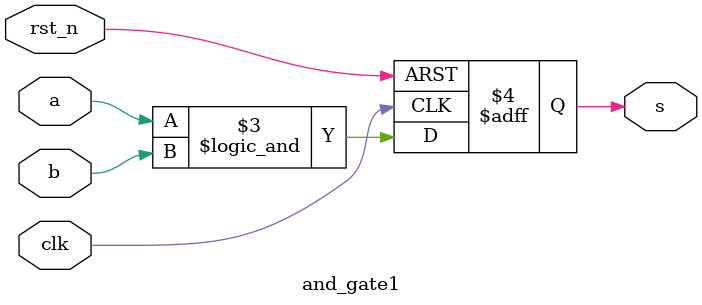
<source format=v>
module and_gate1 (
	input clk,    // Clock
	input  a,
	input rst_n,  // Asynchronous reset active low
	input  b,
	output reg s
);

always @ (posedge clk or negedge rst_n)
	begin
	if(!rst_n)
		begin 
			s <= 0;
		end
	else
		begin 
			s <= a && b;
		end
	end

endmodule





// module and_gate1(clk,rst_n,a,b,s);
// 	input clk;  //50KHz
// 	input rst_n;   //
// 	input a;
// 	input b;
// 	output reg s;  //
	
// 	always @ (posedge clk or negedge rst_n)
// 	begin
// 	if(!rst_n)
// 		begin 
// 			s <= 0;
// 		end
// 	else
// 		begin 
// 			s <= a && b;
// 		end
// 	end

// endmodule
</source>
